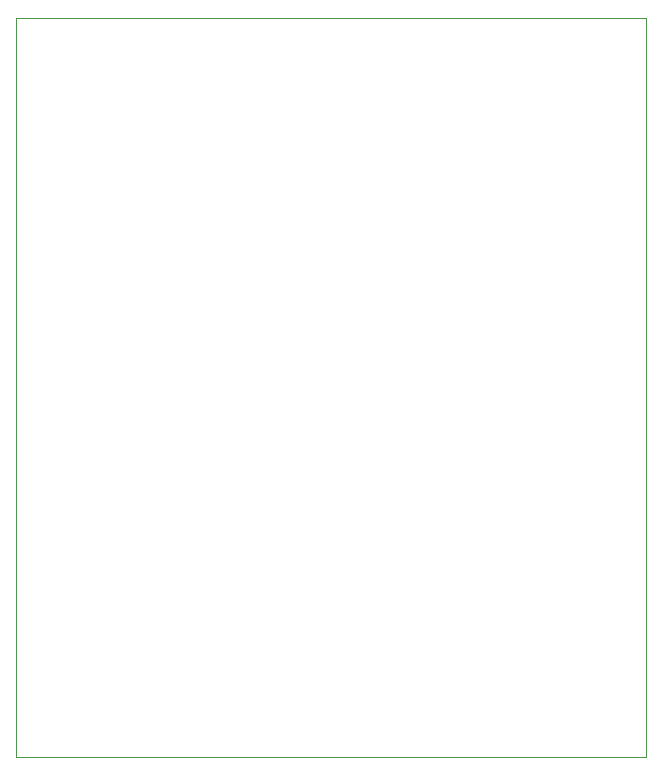
<source format=gko>
G75*
%MOIN*%
%OFA0B0*%
%FSLAX24Y24*%
%IPPOS*%
%LPD*%
%AMOC8*
5,1,8,0,0,1.08239X$1,22.5*
%
%ADD10C,0.0000*%
D10*
X000150Y004950D02*
X000150Y029570D01*
X021142Y029570D01*
X021142Y004950D01*
X000150Y004950D01*
M02*

</source>
